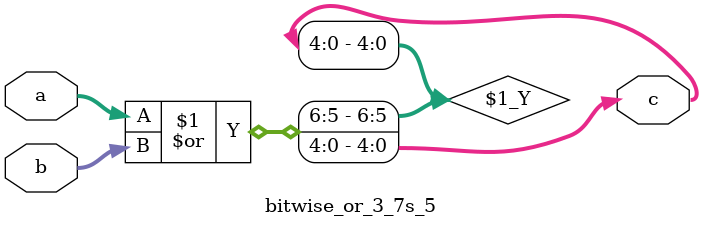
<source format=v>
module bitwise_or_3_7s_5(a, b, c);
  input [2:0] a;
  input signed [6:0] b;
  output [4:0] c;
  assign c = a | b;
endmodule

</source>
